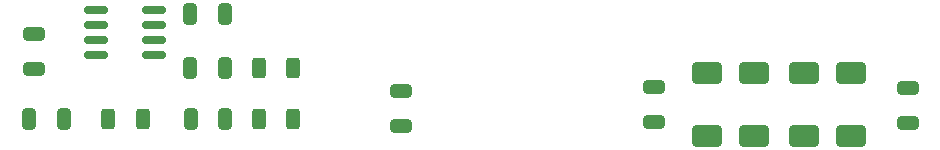
<source format=gbr>
%TF.GenerationSoftware,KiCad,Pcbnew,8.0.6*%
%TF.CreationDate,2025-11-14T22:02:28-06:00*%
%TF.ProjectId,WirelessChargerPCB,57697265-6c65-4737-9343-686172676572,rev?*%
%TF.SameCoordinates,Original*%
%TF.FileFunction,Paste,Top*%
%TF.FilePolarity,Positive*%
%FSLAX46Y46*%
G04 Gerber Fmt 4.6, Leading zero omitted, Abs format (unit mm)*
G04 Created by KiCad (PCBNEW 8.0.6) date 2025-11-14 22:02:28*
%MOMM*%
%LPD*%
G01*
G04 APERTURE LIST*
G04 Aperture macros list*
%AMRoundRect*
0 Rectangle with rounded corners*
0 $1 Rounding radius*
0 $2 $3 $4 $5 $6 $7 $8 $9 X,Y pos of 4 corners*
0 Add a 4 corners polygon primitive as box body*
4,1,4,$2,$3,$4,$5,$6,$7,$8,$9,$2,$3,0*
0 Add four circle primitives for the rounded corners*
1,1,$1+$1,$2,$3*
1,1,$1+$1,$4,$5*
1,1,$1+$1,$6,$7*
1,1,$1+$1,$8,$9*
0 Add four rect primitives between the rounded corners*
20,1,$1+$1,$2,$3,$4,$5,0*
20,1,$1+$1,$4,$5,$6,$7,0*
20,1,$1+$1,$6,$7,$8,$9,0*
20,1,$1+$1,$8,$9,$2,$3,0*%
G04 Aperture macros list end*
%ADD10RoundRect,0.250000X-0.312500X-0.625000X0.312500X-0.625000X0.312500X0.625000X-0.312500X0.625000X0*%
%ADD11RoundRect,0.250000X-0.650000X0.325000X-0.650000X-0.325000X0.650000X-0.325000X0.650000X0.325000X0*%
%ADD12RoundRect,0.250000X1.000000X0.650000X-1.000000X0.650000X-1.000000X-0.650000X1.000000X-0.650000X0*%
%ADD13RoundRect,0.150000X-0.825000X-0.150000X0.825000X-0.150000X0.825000X0.150000X-0.825000X0.150000X0*%
%ADD14RoundRect,0.250000X0.325000X0.650000X-0.325000X0.650000X-0.325000X-0.650000X0.325000X-0.650000X0*%
%ADD15RoundRect,0.250000X-0.325000X-0.650000X0.325000X-0.650000X0.325000X0.650000X-0.325000X0.650000X0*%
%ADD16RoundRect,0.250000X0.650000X-0.325000X0.650000X0.325000X-0.650000X0.325000X-0.650000X-0.325000X0*%
G04 APERTURE END LIST*
D10*
%TO.C,R3*%
X131095000Y-100965000D03*
X128170000Y-100965000D03*
%TD*%
D11*
%TO.C,C7*%
X161600000Y-98265000D03*
X161600000Y-101215000D03*
%TD*%
%TO.C,C2*%
X109115000Y-96765000D03*
X109115000Y-93815000D03*
%TD*%
D12*
%TO.C,D5*%
X170122500Y-102420000D03*
X166122500Y-102420000D03*
%TD*%
D13*
%TO.C,U1*%
X119315000Y-91765000D03*
X119315000Y-93035000D03*
X119315000Y-94305000D03*
X119315000Y-95575000D03*
X114365000Y-95575000D03*
X114365000Y-94305000D03*
X114365000Y-93035000D03*
X114365000Y-91765000D03*
%TD*%
D10*
%TO.C,R1*%
X118372500Y-100965000D03*
X115447500Y-100965000D03*
%TD*%
D12*
%TO.C,D3*%
X170122500Y-97100000D03*
X166122500Y-97100000D03*
%TD*%
D14*
%TO.C,C5*%
X122382500Y-96675000D03*
X125332500Y-96675000D03*
%TD*%
D12*
%TO.C,D4*%
X178350000Y-97100000D03*
X174350000Y-97100000D03*
%TD*%
D14*
%TO.C,C4*%
X122395000Y-100995000D03*
X125345000Y-100995000D03*
%TD*%
D12*
%TO.C,D6*%
X178350000Y-102420000D03*
X174350000Y-102420000D03*
%TD*%
D11*
%TO.C,C6*%
X140185000Y-101605000D03*
X140185000Y-98655000D03*
%TD*%
D15*
%TO.C,C3*%
X125340000Y-92125000D03*
X122390000Y-92125000D03*
%TD*%
D10*
%TO.C,R2*%
X131100000Y-96665000D03*
X128175000Y-96665000D03*
%TD*%
D16*
%TO.C,C8*%
X183100000Y-101315000D03*
X183100000Y-98365000D03*
%TD*%
D15*
%TO.C,C1*%
X111685000Y-100995000D03*
X108735000Y-100995000D03*
%TD*%
M02*

</source>
